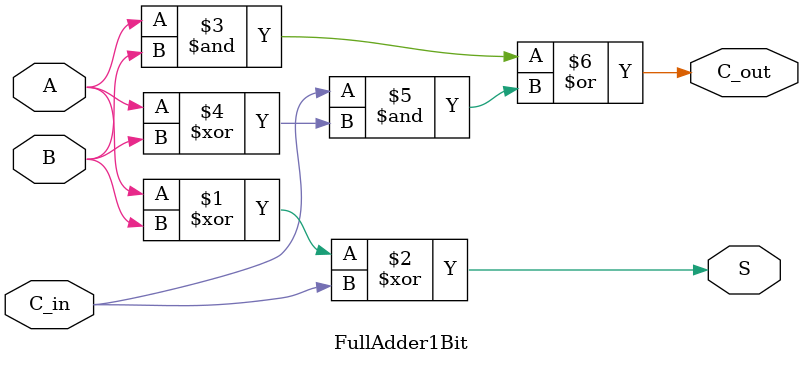
<source format=v>
module SomadorCompleto #(parameter WIDTH = 16) (
input wire [WIDTH-1:0] A, // operando A (parametrizável)
input wire [WIDTH-1:0] B, // operando B (parametrizável)
input wire SUB, // controle: 0 para soma, 1 para subtração
input wire SLT, // controle: 1 para operação SLT
output wire [WIDTH-1:0] S, // resultado (parametrizável)
output wire C_out, // carry out
output wire Overflow, // sinal de overflow
output wire SLT_out // eesultado da operação SLT
);


wire [WIDTH-1:0] B_in;      // entrada ajustada de B (complemento de dois para subtração)
wire [WIDTH:0] carry;       // carry entre os bits

// ajuste de B para soma ou subtração
assign B_in = SUB ? ~B : B; // complemento de B para subtração (se SUB = 1, usa ~B)

// geração do somador completo usando generate
genvar i; //genvar é usado para declarar uma variável somente de compilação, utilizada p/ indexar loops ou gerar condições
generate
	for (i = 0; i < WIDTH; i = i + 1) begin : adder_bits
		FullAdder1Bit adder (.A(A[i]),.B(B_in[i]),.C_in(i == 0 ? SUB : carry[i]),.S(S[i]),.C_out(carry[i+1]));
	end
endgenerate

// carry out
assign C_out = carry[WIDTH];// Carry out

// overflow detection
assign Overflow = (A[WIDTH-1] == B_in[WIDTH-1]) && (S[WIDTH-1] != A[WIDTH-1]);

// SLT (Set on Less Than)
assign SLT_out = SLT ? (Overflow ? ~S[WIDTH-1] : S[WIDTH-1]) : 1'b0;

endmodule

//A BASE É O SOMADOR COMPLETO DE 1 BIT!!!!!
module FullAdder1Bit (
input wire A, // bit do operando A
input wire B, // bit do operando B
input wire C_in, // barry in
output wire S, // resultado (soma ou diferença)
output wire C_out // carry out
);
assign S = A ^ B ^ C_in;
assign C_out = (A & B) | (C_in & (A ^ B));
endmodule
</source>
